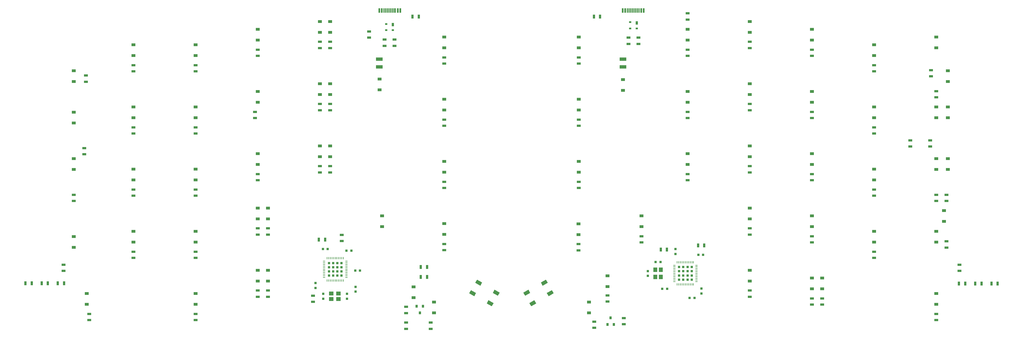
<source format=gbp>
G04 #@! TF.GenerationSoftware,KiCad,Pcbnew,(5.0.0)*
G04 #@! TF.CreationDate,2018-12-12T20:22:31-08:00*
G04 #@! TF.ProjectId,Orbit,4F726269742E6B696361645F70636200,rev?*
G04 #@! TF.SameCoordinates,Original*
G04 #@! TF.FileFunction,Paste,Bot*
G04 #@! TF.FilePolarity,Positive*
%FSLAX46Y46*%
G04 Gerber Fmt 4.6, Leading zero omitted, Abs format (unit mm)*
G04 Created by KiCad (PCBNEW (5.0.0)) date 12/12/18 20:22:31*
%MOMM*%
%LPD*%
G01*
G04 APERTURE LIST*
%ADD10R,0.250000X0.700000*%
%ADD11R,0.700000X0.250000*%
%ADD12R,0.772500X0.772500*%
%ADD13R,0.700000X1.300000*%
%ADD14R,0.750000X0.800000*%
%ADD15R,0.600000X1.450000*%
%ADD16R,0.300000X1.450000*%
%ADD17R,1.200000X0.900000*%
%ADD18R,0.700000X0.600000*%
%ADD19R,0.700000X1.000000*%
%ADD20R,2.030000X1.140000*%
%ADD21R,1.300000X0.700000*%
%ADD22R,0.800000X0.900000*%
%ADD23R,0.800000X0.750000*%
%ADD24C,1.100000*%
%ADD25C,0.100000*%
%ADD26R,1.400000X1.200000*%
%ADD27R,1.200000X1.400000*%
G04 APERTURE END LIST*
D10*
G04 #@! TO.C,U3*
X237568250Y-117028211D03*
X237068250Y-117028211D03*
X236568250Y-117028211D03*
X236068250Y-117028211D03*
X235568250Y-117028211D03*
X235068250Y-117028211D03*
X234568250Y-117028211D03*
X234068250Y-117028211D03*
X233568250Y-117028211D03*
X233068250Y-117028211D03*
X232568250Y-117028211D03*
D11*
X231668250Y-116128211D03*
X231668250Y-115628211D03*
X231668250Y-115128211D03*
X231668250Y-114628211D03*
X231668250Y-114128211D03*
X231668250Y-113628211D03*
X231668250Y-113128211D03*
X231668250Y-112628211D03*
X231668250Y-112128211D03*
X231668250Y-111628211D03*
X231668250Y-111128211D03*
D10*
X232568250Y-110228211D03*
X233068250Y-110228211D03*
X233568250Y-110228211D03*
X234068250Y-110228211D03*
X234568250Y-110228211D03*
X235068250Y-110228211D03*
X235568250Y-110228211D03*
X236068250Y-110228211D03*
X236568250Y-110228211D03*
X237068250Y-110228211D03*
X237568250Y-110228211D03*
D11*
X238468250Y-111128211D03*
X238468250Y-111628211D03*
X238468250Y-112128211D03*
X238468250Y-112628211D03*
X238468250Y-113128211D03*
X238468250Y-113628211D03*
X238468250Y-114128211D03*
X238468250Y-114628211D03*
X238468250Y-115128211D03*
X238468250Y-115628211D03*
X238468250Y-116128211D03*
D12*
X233137000Y-111696961D03*
X234424500Y-111696961D03*
X235712000Y-111696961D03*
X236999500Y-111696961D03*
X233137000Y-112984461D03*
X234424500Y-112984461D03*
X235712000Y-112984461D03*
X236999500Y-112984461D03*
X233137000Y-114271961D03*
X234424500Y-114271961D03*
X235712000Y-114271961D03*
X236999500Y-114271961D03*
X233137000Y-115559461D03*
X234424500Y-115559461D03*
X235712000Y-115559461D03*
X236999500Y-115559461D03*
G04 #@! TD*
D13*
G04 #@! TO.C,R25*
X124648000Y-103251000D03*
X122748000Y-103251000D03*
G04 #@! TD*
D14*
G04 #@! TO.C,C13*
X232029000Y-106184000D03*
X232029000Y-107684000D03*
G04 #@! TD*
D15*
G04 #@! TO.C,USB1*
X147687500Y-33095000D03*
X141237500Y-33095000D03*
X146912500Y-33095000D03*
X142012500Y-33095000D03*
D16*
X142712500Y-33095000D03*
X146212500Y-33095000D03*
X143212500Y-33095000D03*
X145712500Y-33095000D03*
X143712500Y-33095000D03*
X145212500Y-33095000D03*
X144712500Y-33095000D03*
X144212500Y-33095000D03*
G04 #@! TD*
D15*
G04 #@! TO.C,USB2*
X222300000Y-33095000D03*
X215850000Y-33095000D03*
X221525000Y-33095000D03*
X216625000Y-33095000D03*
D16*
X217325000Y-33095000D03*
X220825000Y-33095000D03*
X217825000Y-33095000D03*
X220325000Y-33095000D03*
X218325000Y-33095000D03*
X219825000Y-33095000D03*
X219325000Y-33095000D03*
X218825000Y-33095000D03*
G04 #@! TD*
D17*
G04 #@! TO.C,D49*
X315531500Y-65943750D03*
X315531500Y-62643750D03*
G04 #@! TD*
D18*
G04 #@! TO.C,U4*
X218138500Y-38573750D03*
X220138500Y-38573750D03*
X218138500Y-36673750D03*
D19*
X220138500Y-36873750D03*
G04 #@! TD*
D17*
G04 #@! TO.C,D1*
X47625000Y-54831250D03*
X47625000Y-51531250D03*
G04 #@! TD*
G04 #@! TO.C,D2*
X65881250Y-46893750D03*
X65881250Y-43593750D03*
G04 #@! TD*
G04 #@! TO.C,D3*
X84931250Y-46893750D03*
X84931250Y-43593750D03*
G04 #@! TD*
G04 #@! TO.C,D4*
X103981250Y-42131250D03*
X103981250Y-38831250D03*
G04 #@! TD*
G04 #@! TO.C,D5*
X123031250Y-39750000D03*
X123031250Y-36450000D03*
G04 #@! TD*
G04 #@! TO.C,D6*
X126206250Y-36450000D03*
X126206250Y-39750000D03*
G04 #@! TD*
G04 #@! TO.C,D7*
X161131250Y-41212500D03*
X161131250Y-44512500D03*
G04 #@! TD*
G04 #@! TO.C,D8*
X47625000Y-64231250D03*
X47625000Y-67531250D03*
G04 #@! TD*
G04 #@! TO.C,D9*
X65881250Y-65943750D03*
X65881250Y-62643750D03*
G04 #@! TD*
G04 #@! TO.C,D10*
X84931250Y-65943750D03*
X84931250Y-62643750D03*
G04 #@! TD*
G04 #@! TO.C,D11*
X103981250Y-61181250D03*
X103981250Y-57881250D03*
G04 #@! TD*
G04 #@! TO.C,D12*
X123031250Y-58800000D03*
X123031250Y-55500000D03*
G04 #@! TD*
G04 #@! TO.C,D13*
X126206250Y-55500000D03*
X126206250Y-58800000D03*
G04 #@! TD*
G04 #@! TO.C,D14*
X161131250Y-60262500D03*
X161131250Y-63562500D03*
G04 #@! TD*
G04 #@! TO.C,D15*
X47625000Y-78518750D03*
X47625000Y-81818750D03*
G04 #@! TD*
G04 #@! TO.C,D16*
X65881250Y-84993750D03*
X65881250Y-81693750D03*
G04 #@! TD*
G04 #@! TO.C,D17*
X84931250Y-84993750D03*
X84931250Y-81693750D03*
G04 #@! TD*
G04 #@! TO.C,D18*
X103981250Y-76931250D03*
X103981250Y-80231250D03*
G04 #@! TD*
G04 #@! TO.C,D19*
X123031250Y-74550000D03*
X123031250Y-77850000D03*
G04 #@! TD*
G04 #@! TO.C,D20*
X126206250Y-74550000D03*
X126206250Y-77850000D03*
G04 #@! TD*
G04 #@! TO.C,D21*
X161131250Y-82612500D03*
X161131250Y-79312500D03*
G04 #@! TD*
G04 #@! TO.C,D22*
X47625000Y-105631250D03*
X47625000Y-102331250D03*
G04 #@! TD*
G04 #@! TO.C,D23*
X65881250Y-100743750D03*
X65881250Y-104043750D03*
G04 #@! TD*
G04 #@! TO.C,D24*
X84931250Y-104043750D03*
X84931250Y-100743750D03*
G04 #@! TD*
G04 #@! TO.C,D25*
X103981250Y-93600000D03*
X103981250Y-96900000D03*
G04 #@! TD*
G04 #@! TO.C,D26*
X107156250Y-93600000D03*
X107156250Y-96900000D03*
G04 #@! TD*
G04 #@! TO.C,D27*
X142081250Y-95981250D03*
X142081250Y-99281250D03*
G04 #@! TD*
G04 #@! TO.C,D28*
X161131250Y-101662500D03*
X161131250Y-98362500D03*
G04 #@! TD*
G04 #@! TO.C,D29*
X51593750Y-119793750D03*
X51593750Y-123093750D03*
G04 #@! TD*
G04 #@! TO.C,D30*
X84931250Y-119793750D03*
X84931250Y-123093750D03*
G04 #@! TD*
G04 #@! TO.C,D31*
X103981250Y-112650000D03*
X103981250Y-115950000D03*
G04 #@! TD*
G04 #@! TO.C,D32*
X107156250Y-112650000D03*
X107156250Y-115950000D03*
G04 #@! TD*
G04 #@! TO.C,D33*
X151765000Y-121030000D03*
X151765000Y-117730000D03*
G04 #@! TD*
G04 #@! TO.C,D34*
X157988000Y-122429000D03*
X157988000Y-125729000D03*
G04 #@! TD*
D20*
G04 #@! TO.C,F1*
X141287500Y-48012500D03*
X141287500Y-50412500D03*
G04 #@! TD*
D21*
G04 #@! TO.C,R2*
X51308000Y-53025000D03*
X51308000Y-54925000D03*
G04 #@! TD*
G04 #@! TO.C,R3*
X65881250Y-49850000D03*
X65881250Y-51750000D03*
G04 #@! TD*
G04 #@! TO.C,R4*
X84931250Y-51750000D03*
X84931250Y-49850000D03*
G04 #@! TD*
G04 #@! TO.C,R5*
X103981250Y-45087500D03*
X103981250Y-46987500D03*
G04 #@! TD*
G04 #@! TO.C,R6*
X123031250Y-44606250D03*
X123031250Y-42706250D03*
G04 #@! TD*
G04 #@! TO.C,R7*
X126206250Y-42706250D03*
X126206250Y-44606250D03*
G04 #@! TD*
G04 #@! TO.C,R8*
X161131250Y-49368750D03*
X161131250Y-47468750D03*
G04 #@! TD*
D13*
G04 #@! TO.C,R9*
X155890000Y-111633000D03*
X153990000Y-111633000D03*
G04 #@! TD*
G04 #@! TO.C,R10*
X155890000Y-114681000D03*
X153990000Y-114681000D03*
G04 #@! TD*
D21*
G04 #@! TO.C,R11*
X50800000Y-75250000D03*
X50800000Y-77150000D03*
G04 #@! TD*
G04 #@! TO.C,R12*
X65881250Y-70800000D03*
X65881250Y-68900000D03*
G04 #@! TD*
G04 #@! TO.C,R13*
X84931250Y-68900000D03*
X84931250Y-70800000D03*
G04 #@! TD*
G04 #@! TO.C,R14*
X103187500Y-66037500D03*
X103187500Y-64137500D03*
G04 #@! TD*
G04 #@! TO.C,R15*
X123031250Y-63656250D03*
X123031250Y-61756250D03*
G04 #@! TD*
G04 #@! TO.C,R16*
X126206250Y-61756250D03*
X126206250Y-63656250D03*
G04 #@! TD*
G04 #@! TO.C,R17*
X161131250Y-66518750D03*
X161131250Y-68418750D03*
G04 #@! TD*
G04 #@! TO.C,R18*
X47625000Y-91437500D03*
X47625000Y-89537500D03*
G04 #@! TD*
G04 #@! TO.C,R19*
X65881250Y-87950000D03*
X65881250Y-89850000D03*
G04 #@! TD*
G04 #@! TO.C,R20*
X84931250Y-89850000D03*
X84931250Y-87950000D03*
G04 #@! TD*
G04 #@! TO.C,R21*
X103981250Y-83187500D03*
X103981250Y-85087500D03*
G04 #@! TD*
G04 #@! TO.C,R22*
X123031250Y-80806250D03*
X123031250Y-82706250D03*
G04 #@! TD*
G04 #@! TO.C,R23*
X126206250Y-82706250D03*
X126206250Y-80806250D03*
G04 #@! TD*
G04 #@! TO.C,R24*
X161131250Y-85568750D03*
X161131250Y-87468750D03*
G04 #@! TD*
G04 #@! TO.C,R26*
X44450000Y-112868750D03*
X44450000Y-110968750D03*
G04 #@! TD*
G04 #@! TO.C,R27*
X65881250Y-107000000D03*
X65881250Y-108900000D03*
G04 #@! TD*
G04 #@! TO.C,R28*
X84931250Y-108900000D03*
X84931250Y-107000000D03*
G04 #@! TD*
G04 #@! TO.C,R29*
X103981250Y-99856250D03*
X103981250Y-101756250D03*
G04 #@! TD*
G04 #@! TO.C,R30*
X107156250Y-101756250D03*
X107156250Y-99856250D03*
G04 #@! TD*
G04 #@! TO.C,R31*
X129778125Y-103740625D03*
X129778125Y-101840625D03*
G04 #@! TD*
G04 #@! TO.C,R32*
X161131250Y-106518750D03*
X161131250Y-104618750D03*
G04 #@! TD*
G04 #@! TO.C,R34*
X52387500Y-127950000D03*
X52387500Y-126050000D03*
G04 #@! TD*
G04 #@! TO.C,R35*
X84931250Y-126050000D03*
X84931250Y-127950000D03*
G04 #@! TD*
G04 #@! TO.C,R36*
X103981250Y-120806250D03*
X103981250Y-118906250D03*
G04 #@! TD*
G04 #@! TO.C,R37*
X107156250Y-118906250D03*
X107156250Y-120806250D03*
G04 #@! TD*
G04 #@! TO.C,R38*
X149479000Y-123891000D03*
X149479000Y-125791000D03*
G04 #@! TD*
G04 #@! TO.C,R39*
X156972000Y-128717000D03*
X156972000Y-130617000D03*
G04 #@! TD*
G04 #@! TO.C,R40*
X149479000Y-130617000D03*
X149479000Y-128717000D03*
G04 #@! TD*
G04 #@! TO.C,R41*
X145923000Y-43907750D03*
X145923000Y-42007750D03*
G04 #@! TD*
G04 #@! TO.C,R42*
X142875000Y-42007750D03*
X142875000Y-43907750D03*
G04 #@! TD*
D13*
G04 #@! TO.C,R43*
X151450000Y-34925000D03*
X153350000Y-34925000D03*
G04 #@! TD*
D21*
G04 #@! TO.C,R44*
X138112500Y-39531250D03*
X138112500Y-41431250D03*
G04 #@! TD*
D18*
G04 #@! TO.C,U2*
X143399000Y-39145250D03*
X145399000Y-39145250D03*
X143399000Y-37245250D03*
D19*
X145399000Y-37445250D03*
G04 #@! TD*
D22*
G04 #@! TO.C,Q1*
X152720000Y-123714000D03*
X154620000Y-123714000D03*
X153670000Y-125714000D03*
G04 #@! TD*
D12*
G04 #@! TO.C,U1*
X129693250Y-110463750D03*
X129693250Y-111751250D03*
X129693250Y-113038750D03*
X129693250Y-114326250D03*
X128405750Y-110463750D03*
X128405750Y-111751250D03*
X128405750Y-113038750D03*
X128405750Y-114326250D03*
X127118250Y-110463750D03*
X127118250Y-111751250D03*
X127118250Y-113038750D03*
X127118250Y-114326250D03*
X125830750Y-110463750D03*
X125830750Y-111751250D03*
X125830750Y-113038750D03*
X125830750Y-114326250D03*
D10*
X130262000Y-108995000D03*
X129762000Y-108995000D03*
X129262000Y-108995000D03*
X128762000Y-108995000D03*
X128262000Y-108995000D03*
X127762000Y-108995000D03*
X127262000Y-108995000D03*
X126762000Y-108995000D03*
X126262000Y-108995000D03*
X125762000Y-108995000D03*
X125262000Y-108995000D03*
D11*
X124362000Y-109895000D03*
X124362000Y-110395000D03*
X124362000Y-110895000D03*
X124362000Y-111395000D03*
X124362000Y-111895000D03*
X124362000Y-112395000D03*
X124362000Y-112895000D03*
X124362000Y-113395000D03*
X124362000Y-113895000D03*
X124362000Y-114395000D03*
X124362000Y-114895000D03*
D10*
X125262000Y-115795000D03*
X125762000Y-115795000D03*
X126262000Y-115795000D03*
X126762000Y-115795000D03*
X127262000Y-115795000D03*
X127762000Y-115795000D03*
X128262000Y-115795000D03*
X128762000Y-115795000D03*
X129262000Y-115795000D03*
X129762000Y-115795000D03*
X130262000Y-115795000D03*
D11*
X131162000Y-114895000D03*
X131162000Y-114395000D03*
X131162000Y-113895000D03*
X131162000Y-113395000D03*
X131162000Y-112895000D03*
X131162000Y-112395000D03*
X131162000Y-111895000D03*
X131162000Y-111395000D03*
X131162000Y-110895000D03*
X131162000Y-110395000D03*
X131162000Y-109895000D03*
G04 #@! TD*
D14*
G04 #@! TO.C,C2*
X131318000Y-121400000D03*
X131318000Y-119900000D03*
G04 #@! TD*
D23*
G04 #@! TO.C,C3*
X135370000Y-112776000D03*
X133870000Y-112776000D03*
G04 #@! TD*
D14*
G04 #@! TO.C,C4*
X133985000Y-117741000D03*
X133985000Y-119241000D03*
G04 #@! TD*
G04 #@! TO.C,C5*
X121666000Y-118098000D03*
X121666000Y-116598000D03*
G04 #@! TD*
D23*
G04 #@! TO.C,C6*
X123964000Y-106172000D03*
X125464000Y-106172000D03*
G04 #@! TD*
G04 #@! TO.C,C7*
X131203000Y-106680000D03*
X132703000Y-106680000D03*
G04 #@! TD*
D13*
G04 #@! TO.C,R33*
X39685000Y-116681250D03*
X37785000Y-116681250D03*
G04 #@! TD*
D23*
G04 #@! TO.C,C8*
X225945000Y-110109000D03*
X227445000Y-110109000D03*
G04 #@! TD*
D14*
G04 #@! TO.C,C9*
X223520000Y-114415000D03*
X223520000Y-112915000D03*
G04 #@! TD*
D23*
G04 #@! TO.C,C10*
X237859000Y-121158000D03*
X236359000Y-121158000D03*
G04 #@! TD*
G04 #@! TO.C,C11*
X239026000Y-107950000D03*
X240526000Y-107950000D03*
G04 #@! TD*
G04 #@! TO.C,C12*
X227977000Y-118364000D03*
X229477000Y-118364000D03*
G04 #@! TD*
D14*
G04 #@! TO.C,C14*
X240012039Y-118298711D03*
X240012039Y-119798711D03*
G04 #@! TD*
D17*
G04 #@! TO.C,D36*
X202406250Y-41212500D03*
X202406250Y-44512500D03*
G04 #@! TD*
G04 #@! TO.C,D37*
X235743750Y-42131250D03*
X235743750Y-38831250D03*
G04 #@! TD*
G04 #@! TO.C,D38*
X254793750Y-36450000D03*
X254793750Y-39750000D03*
G04 #@! TD*
G04 #@! TO.C,D39*
X273843750Y-42131250D03*
X273843750Y-38831250D03*
G04 #@! TD*
G04 #@! TO.C,D40*
X292893750Y-46893750D03*
X292893750Y-43593750D03*
G04 #@! TD*
G04 #@! TO.C,D41*
X311943750Y-41212500D03*
X311943750Y-44512500D03*
G04 #@! TD*
G04 #@! TO.C,D42*
X315531500Y-54831250D03*
X315531500Y-51531250D03*
G04 #@! TD*
G04 #@! TO.C,D43*
X202406250Y-60262500D03*
X202406250Y-63562500D03*
G04 #@! TD*
G04 #@! TO.C,D44*
X235743750Y-61181250D03*
X235743750Y-57881250D03*
G04 #@! TD*
G04 #@! TO.C,D45*
X254793750Y-55500000D03*
X254793750Y-58800000D03*
G04 #@! TD*
G04 #@! TO.C,D46*
X273843750Y-61181250D03*
X273843750Y-57881250D03*
G04 #@! TD*
G04 #@! TO.C,D47*
X292893750Y-65943750D03*
X292893750Y-62643750D03*
G04 #@! TD*
G04 #@! TO.C,D48*
X311943750Y-62643750D03*
X311943750Y-65943750D03*
G04 #@! TD*
G04 #@! TO.C,D50*
X202406250Y-79312500D03*
X202406250Y-82612500D03*
G04 #@! TD*
G04 #@! TO.C,D51*
X235743750Y-80231250D03*
X235743750Y-76931250D03*
G04 #@! TD*
G04 #@! TO.C,D52*
X254793750Y-74550000D03*
X254793750Y-77850000D03*
G04 #@! TD*
G04 #@! TO.C,D53*
X273843750Y-80231250D03*
X273843750Y-76931250D03*
G04 #@! TD*
G04 #@! TO.C,D54*
X292893750Y-81693750D03*
X292893750Y-84993750D03*
G04 #@! TD*
G04 #@! TO.C,D55*
X311943750Y-78518750D03*
X311943750Y-81818750D03*
G04 #@! TD*
G04 #@! TO.C,D56*
X315531500Y-78487000D03*
X315531500Y-81787000D03*
G04 #@! TD*
G04 #@! TO.C,D57*
X202311000Y-101726000D03*
X202311000Y-98426000D03*
G04 #@! TD*
G04 #@! TO.C,D58*
X221583250Y-99281250D03*
X221583250Y-95981250D03*
G04 #@! TD*
G04 #@! TO.C,D59*
X254793750Y-96900000D03*
X254793750Y-93600000D03*
G04 #@! TD*
G04 #@! TO.C,D60*
X273843750Y-95981250D03*
X273843750Y-99281250D03*
G04 #@! TD*
G04 #@! TO.C,D61*
X292893750Y-100743750D03*
X292893750Y-104043750D03*
G04 #@! TD*
G04 #@! TO.C,D62*
X311943750Y-104043750D03*
X311943750Y-100743750D03*
G04 #@! TD*
G04 #@! TO.C,D63*
X314325000Y-94393750D03*
X314325000Y-97693750D03*
G04 #@! TD*
G04 #@! TO.C,D64*
X205549500Y-125729000D03*
X205549500Y-122429000D03*
G04 #@! TD*
G04 #@! TO.C,D65*
X211201000Y-114364500D03*
X211201000Y-117664500D03*
G04 #@! TD*
G04 #@! TO.C,D66*
X254793750Y-112650000D03*
X254793750Y-115950000D03*
G04 #@! TD*
G04 #@! TO.C,D67*
X273843750Y-118331250D03*
X273843750Y-115031250D03*
G04 #@! TD*
G04 #@! TO.C,D68*
X277018750Y-115031250D03*
X277018750Y-118331250D03*
G04 #@! TD*
G04 #@! TO.C,D69*
X311943750Y-123093750D03*
X311943750Y-119793750D03*
G04 #@! TD*
D20*
G04 #@! TO.C,F2*
X215900000Y-48012500D03*
X215900000Y-50412500D03*
G04 #@! TD*
D22*
G04 #@! TO.C,Q2*
X212153500Y-127270000D03*
X211203500Y-129270000D03*
X213103500Y-129270000D03*
G04 #@! TD*
D21*
G04 #@! TO.C,R46*
X202406250Y-49368750D03*
X202406250Y-47468750D03*
G04 #@! TD*
G04 #@! TO.C,R47*
X235743750Y-46987500D03*
X235743750Y-45087500D03*
G04 #@! TD*
G04 #@! TO.C,R48*
X254793750Y-42706250D03*
X254793750Y-44606250D03*
G04 #@! TD*
G04 #@! TO.C,R49*
X273843750Y-46987500D03*
X273843750Y-45087500D03*
G04 #@! TD*
G04 #@! TO.C,R50*
X292893750Y-49850000D03*
X292893750Y-51750000D03*
G04 #@! TD*
G04 #@! TO.C,R51*
X310324500Y-51374000D03*
X310324500Y-53274000D03*
G04 #@! TD*
G04 #@! TO.C,R52*
X311943750Y-57787500D03*
X311943750Y-59687500D03*
G04 #@! TD*
G04 #@! TO.C,R53*
X202406250Y-68418750D03*
X202406250Y-66518750D03*
G04 #@! TD*
G04 #@! TO.C,R54*
X235743750Y-64137500D03*
X235743750Y-66037500D03*
G04 #@! TD*
G04 #@! TO.C,R55*
X254793750Y-63656250D03*
X254793750Y-61756250D03*
G04 #@! TD*
G04 #@! TO.C,R56*
X273843750Y-64137500D03*
X273843750Y-66037500D03*
G04 #@! TD*
G04 #@! TO.C,R57*
X292893750Y-70800000D03*
X292893750Y-68900000D03*
G04 #@! TD*
G04 #@! TO.C,R58*
X304006250Y-74768750D03*
X304006250Y-72868750D03*
G04 #@! TD*
G04 #@! TO.C,R59*
X310073000Y-72868750D03*
X310073000Y-74768750D03*
G04 #@! TD*
G04 #@! TO.C,R60*
X202406250Y-85568750D03*
X202406250Y-87468750D03*
G04 #@! TD*
G04 #@! TO.C,R61*
X235743750Y-85087500D03*
X235743750Y-83187500D03*
G04 #@! TD*
G04 #@! TO.C,R62*
X254793750Y-80806250D03*
X254793750Y-82706250D03*
G04 #@! TD*
G04 #@! TO.C,R63*
X273843750Y-85087500D03*
X273843750Y-83187500D03*
G04 #@! TD*
G04 #@! TO.C,R64*
X292893750Y-87950000D03*
X292893750Y-89850000D03*
G04 #@! TD*
G04 #@! TO.C,R65*
X311943750Y-91437500D03*
X311943750Y-89537500D03*
G04 #@! TD*
G04 #@! TO.C,R66*
X315118750Y-89537500D03*
X315118750Y-91437500D03*
G04 #@! TD*
D13*
G04 #@! TO.C,R67*
X240853000Y-105029000D03*
X238953000Y-105029000D03*
G04 #@! TD*
D21*
G04 #@! TO.C,R68*
X202311000Y-104682250D03*
X202311000Y-106582250D03*
G04 #@! TD*
G04 #@! TO.C,R69*
X221583250Y-104137500D03*
X221583250Y-102237500D03*
G04 #@! TD*
G04 #@! TO.C,R70*
X254793750Y-99856250D03*
X254793750Y-101756250D03*
G04 #@! TD*
G04 #@! TO.C,R71*
X273843750Y-104137500D03*
X273843750Y-102237500D03*
G04 #@! TD*
G04 #@! TO.C,R72*
X292893750Y-107000000D03*
X292893750Y-108900000D03*
G04 #@! TD*
G04 #@! TO.C,R73*
X315118750Y-105725000D03*
X315118750Y-103825000D03*
G04 #@! TD*
G04 #@! TO.C,R74*
X319087500Y-110968750D03*
X319087500Y-112868750D03*
G04 #@! TD*
G04 #@! TO.C,R75*
X207168750Y-130331250D03*
X207168750Y-128431250D03*
G04 #@! TD*
G04 #@! TO.C,R76*
X211232750Y-122266750D03*
X211232750Y-120366750D03*
G04 #@! TD*
G04 #@! TO.C,R77*
X254793750Y-120806250D03*
X254793750Y-118906250D03*
G04 #@! TD*
G04 #@! TO.C,R78*
X273843750Y-121287500D03*
X273843750Y-123187500D03*
G04 #@! TD*
G04 #@! TO.C,R79*
X277018750Y-123187500D03*
X277018750Y-121287500D03*
G04 #@! TD*
G04 #@! TO.C,R80*
X311943750Y-126050000D03*
X311943750Y-127950000D03*
G04 #@! TD*
G04 #@! TO.C,R81*
X216217500Y-129220000D03*
X216217500Y-127320000D03*
G04 #@! TD*
D13*
G04 #@! TO.C,R82*
X323916000Y-116713000D03*
X325816000Y-116713000D03*
G04 #@! TD*
D21*
G04 #@! TO.C,R83*
X220662500Y-43336250D03*
X220662500Y-41436250D03*
G04 #@! TD*
G04 #@! TO.C,R84*
X217614500Y-41436250D03*
X217614500Y-43336250D03*
G04 #@! TD*
G04 #@! TO.C,R85*
X235743750Y-33975000D03*
X235743750Y-35875000D03*
G04 #@! TD*
D13*
G04 #@! TO.C,R86*
X208912500Y-34925000D03*
X207012500Y-34925000D03*
G04 #@! TD*
D14*
G04 #@! TO.C,C1*
X124079000Y-119900000D03*
X124079000Y-121400000D03*
G04 #@! TD*
D21*
G04 #@! TO.C,R87*
X120904000Y-120462000D03*
X120904000Y-122362000D03*
G04 #@! TD*
D13*
G04 #@! TO.C,R88*
X227523000Y-106299000D03*
X229423000Y-106299000D03*
G04 #@! TD*
G04 #@! TO.C,R89*
X42738000Y-116681250D03*
X44638000Y-116681250D03*
G04 #@! TD*
G04 #@! TO.C,R90*
X34732000Y-116681250D03*
X32832000Y-116681250D03*
G04 #@! TD*
G04 #@! TO.C,R91*
X318931250Y-116713000D03*
X320831250Y-116713000D03*
G04 #@! TD*
G04 #@! TO.C,R92*
X330769000Y-116713000D03*
X328869000Y-116713000D03*
G04 #@! TD*
D24*
G04 #@! TO.C,SW1*
X171722321Y-116481853D03*
D25*
G36*
X170667898Y-116508167D02*
X171217898Y-115555539D01*
X172776744Y-116455539D01*
X172226744Y-117408167D01*
X170667898Y-116508167D01*
X170667898Y-116508167D01*
G37*
D24*
X175241679Y-122786147D03*
D25*
G36*
X174187256Y-122812461D02*
X174737256Y-121859833D01*
X176296102Y-122759833D01*
X175746102Y-123712461D01*
X174187256Y-122812461D01*
X174187256Y-122812461D01*
G37*
D24*
X169872321Y-119686147D03*
D25*
G36*
X168817898Y-119712461D02*
X169367898Y-118759833D01*
X170926744Y-119659833D01*
X170376744Y-120612461D01*
X168817898Y-119712461D01*
X168817898Y-119712461D01*
G37*
D24*
X177091679Y-119581853D03*
D25*
G36*
X176037256Y-119608167D02*
X176587256Y-118655539D01*
X178146102Y-119555539D01*
X177596102Y-120508167D01*
X176037256Y-119608167D01*
X176037256Y-119608167D01*
G37*
G04 #@! TD*
D24*
G04 #@! TO.C,SW2*
X191815179Y-116481853D03*
D25*
G36*
X191310756Y-117408167D02*
X190760756Y-116455539D01*
X192319602Y-115555539D01*
X192869602Y-116508167D01*
X191310756Y-117408167D01*
X191310756Y-117408167D01*
G37*
D24*
X188295821Y-122786147D03*
D25*
G36*
X187791398Y-123712461D02*
X187241398Y-122759833D01*
X188800244Y-121859833D01*
X189350244Y-122812461D01*
X187791398Y-123712461D01*
X187791398Y-123712461D01*
G37*
D24*
X193665179Y-119686147D03*
D25*
G36*
X193160756Y-120612461D02*
X192610756Y-119659833D01*
X194169602Y-118759833D01*
X194719602Y-119712461D01*
X193160756Y-120612461D01*
X193160756Y-120612461D01*
G37*
D24*
X186445821Y-119581853D03*
D25*
G36*
X185941398Y-120508167D02*
X185391398Y-119555539D01*
X186950244Y-118655539D01*
X187500244Y-119608167D01*
X185941398Y-120508167D01*
X185941398Y-120508167D01*
G37*
G04 #@! TD*
D17*
G04 #@! TO.C,D75*
X141351000Y-54103000D03*
X141351000Y-57403000D03*
G04 #@! TD*
G04 #@! TO.C,D76*
X215900000Y-57530000D03*
X215900000Y-54230000D03*
G04 #@! TD*
D26*
G04 #@! TO.C,Y1*
X126535000Y-119800000D03*
X128735000Y-119800000D03*
X128735000Y-121500000D03*
X126535000Y-121500000D03*
G04 #@! TD*
D27*
G04 #@! TO.C,Y2*
X225845000Y-112519461D03*
X225845000Y-114719461D03*
X227545000Y-114719461D03*
X227545000Y-112519461D03*
G04 #@! TD*
M02*

</source>
